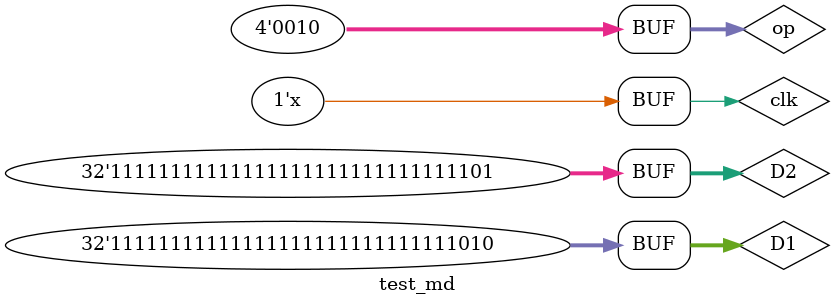
<source format=v>
`timescale 1ns / 1ps


module test_md;

	// Inputs
	reg clk;
	reg [31:0] D1;
	reg [31:0] D2;
	reg [3:0] op;

	// Outputs
	wire busy;
	wire [31:0] HI;
	wire [31:0] LO;

	// Instantiate the Unit Under Test (UUT)
	MUL_DIV uut (
		.clk(clk), 
		.D1(D1), 
		.D2(D2), 
		.op(op), 
		.busy(busy), 
		.HI(HI), 
		.LO(LO)
	);

	initial begin
		// Initialize Inputs
		clk = 0;
		D1 = -6;
		D2 = -3;
		op = 2;

		// Wait 100 ns for global reset to finish
		#100;
        
		// Add stimulus here

	end
    
	always 
	#5 clk=~clk;
endmodule


</source>
